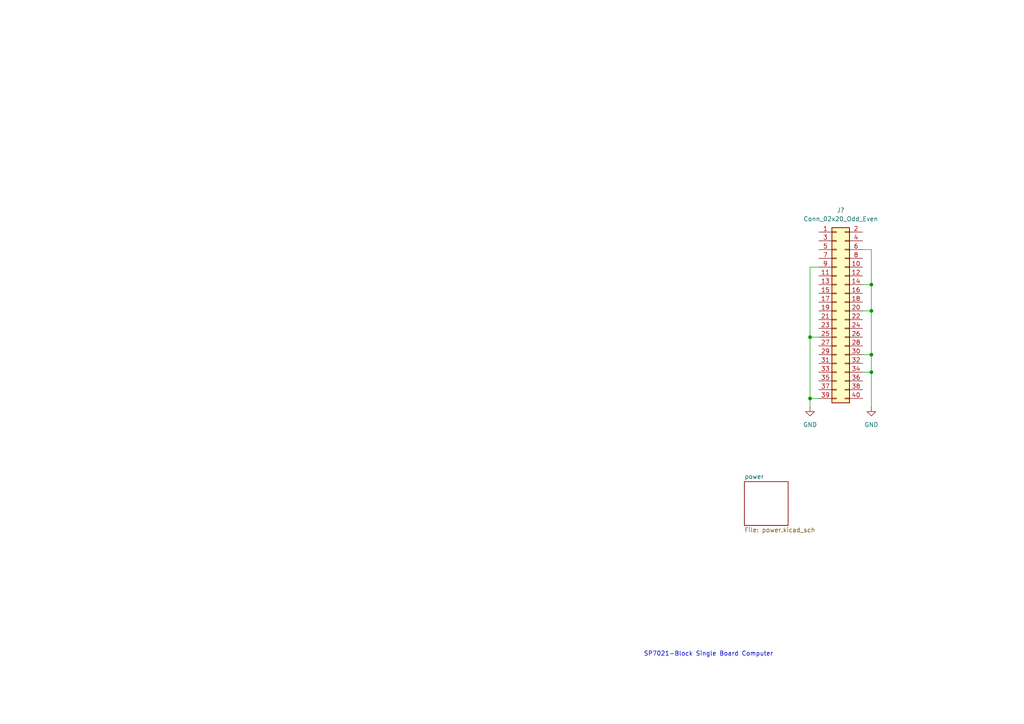
<source format=kicad_sch>
(kicad_sch (version 20231120) (generator "eeschema") (generator_version "8.0")
  (paper "A4")
  (lib_symbols
    (symbol "Connector_Generic:Conn_02x20_Odd_Even" (pin_names (offset 1.016) hide)
      (property "Reference" "J" (at 1.27 25.4 0))
      (property "Value" "Conn_02x20_Odd_Even" (at 1.27 -27.94 0))
      (symbol "Conn_02x20_Odd_Even_1_1"
        (rectangle (start -1.27 -25.273) (end 0 -25.527) (stroke (width 0.1524)))
        (rectangle (start -1.27 -22.733) (end 0 -22.987) (stroke (width 0.1524)))
        (rectangle (start -1.27 -20.193) (end 0 -20.447) (stroke (width 0.1524)))
        (rectangle (start -1.27 -17.653) (end 0 -17.907) (stroke (width 0.1524)))
        (rectangle (start -1.27 -15.113) (end 0 -15.367) (stroke (width 0.1524)))
        (rectangle (start -1.27 -12.573) (end 0 -12.827) (stroke (width 0.1524)))
        (rectangle (start -1.27 -10.033) (end 0 -10.287) (stroke (width 0.1524)))
        (rectangle (start -1.27 -7.493) (end 0 -7.747) (stroke (width 0.1524)))
        (rectangle (start -1.27 -4.953) (end 0 -5.207) (stroke (width 0.1524)))
        (rectangle (start -1.27 -2.413) (end 0 -2.667) (stroke (width 0.1524)))
        (rectangle (start -1.27 0.127) (end 0 -0.127) (stroke (width 0.1524)))
        (rectangle (start -1.27 2.667) (end 0 2.413) (stroke (width 0.1524)))
        (rectangle (start -1.27 5.207) (end 0 4.953) (stroke (width 0.1524)))
        (rectangle (start -1.27 7.747) (end 0 7.493) (stroke (width 0.1524)))
        (rectangle (start -1.27 10.287) (end 0 10.033) (stroke (width 0.1524)))
        (rectangle (start -1.27 12.827) (end 0 12.573) (stroke (width 0.1524)))
        (rectangle (start -1.27 15.367) (end 0 15.113) (stroke (width 0.1524)))
        (rectangle (start -1.27 17.907) (end 0 17.653) (stroke (width 0.1524)))
        (rectangle (start -1.27 20.447) (end 0 20.193) (stroke (width 0.1524)))
        (rectangle (start -1.27 22.987) (end 0 22.733) (stroke (width 0.1524)))
        (rectangle (start -1.27 24.13) (end 3.81 -26.67) (stroke (width 0.254)) (fill (type background)))
        (rectangle (start 3.81 -25.273) (end 2.54 -25.527) (stroke (width 0.1524)))
        (rectangle (start 3.81 -22.733) (end 2.54 -22.987) (stroke (width 0.1524)))
        (rectangle (start 3.81 -20.193) (end 2.54 -20.447) (stroke (width 0.1524)))
        (rectangle (start 3.81 -17.653) (end 2.54 -17.907) (stroke (width 0.1524)))
        (rectangle (start 3.81 -15.113) (end 2.54 -15.367) (stroke (width 0.1524)))
        (rectangle (start 3.81 -12.573) (end 2.54 -12.827) (stroke (width 0.1524)))
        (rectangle (start 3.81 -10.033) (end 2.54 -10.287) (stroke (width 0.1524)))
        (rectangle (start 3.81 -7.493) (end 2.54 -7.747) (stroke (width 0.1524)))
        (rectangle (start 3.81 -4.953) (end 2.54 -5.207) (stroke (width 0.1524)))
        (rectangle (start 3.81 -2.413) (end 2.54 -2.667) (stroke (width 0.1524)))
        (rectangle (start 3.81 0.127) (end 2.54 -0.127) (stroke (width 0.1524)))
        (rectangle (start 3.81 2.667) (end 2.54 2.413) (stroke (width 0.1524)))
        (rectangle (start 3.81 5.207) (end 2.54 4.953) (stroke (width 0.1524)))
        (rectangle (start 3.81 7.747) (end 2.54 7.493) (stroke (width 0.1524)))
        (rectangle (start 3.81 10.287) (end 2.54 10.033) (stroke (width 0.1524)))
        (rectangle (start 3.81 12.827) (end 2.54 12.573) (stroke (width 0.1524)))
        (rectangle (start 3.81 15.367) (end 2.54 15.113) (stroke (width 0.1524)))
        (rectangle (start 3.81 17.907) (end 2.54 17.653) (stroke (width 0.1524)))
        (rectangle (start 3.81 20.447) (end 2.54 20.193) (stroke (width 0.1524)))
        (rectangle (start 3.81 22.987) (end 2.54 22.733) (stroke (width 0.1524)))
        (pin passive line (at -5.08 22.86 0) (length 3.81) (name "Pin_1") (number "1"))
        (pin passive line (at 7.62 12.7 180) (length 3.81) (name "Pin_10") (number "10"))
        (pin passive line (at -5.08 10.16 0) (length 3.81) (name "Pin_11") (number "11"))
        (pin passive line (at 7.62 10.16 180) (length 3.81) (name "Pin_12") (number "12"))
        (pin passive line (at -5.08 7.62 0) (length 3.81) (name "Pin_13") (number "13"))
        (pin passive line (at 7.62 7.62 180) (length 3.81) (name "Pin_14") (number "14"))
        (pin passive line (at -5.08 5.08 0) (length 3.81) (name "Pin_15") (number "15"))
        (pin passive line (at 7.62 5.08 180) (length 3.81) (name "Pin_16") (number "16"))
        (pin passive line (at -5.08 2.54 0) (length 3.81) (name "Pin_17") (number "17"))
        (pin passive line (at 7.62 2.54 180) (length 3.81) (name "Pin_18") (number "18"))
        (pin passive line (at -5.08 0 0) (length 3.81) (name "Pin_19") (number "19"))
        (pin passive line (at 7.62 22.86 180) (length 3.81) (name "Pin_2") (number "2"))
        (pin passive line (at 7.62 0 180) (length 3.81) (name "Pin_20") (number "20"))
        (pin passive line (at -5.08 -2.54 0) (length 3.81) (name "Pin_21") (number "21"))
        (pin passive line (at 7.62 -2.54 180) (length 3.81) (name "Pin_22") (number "22"))
        (pin passive line (at -5.08 -5.08 0) (length 3.81) (name "Pin_23") (number "23"))
        (pin passive line (at 7.62 -5.08 180) (length 3.81) (name "Pin_24") (number "24"))
        (pin passive line (at -5.08 -7.62 0) (length 3.81) (name "Pin_25") (number "25"))
        (pin passive line (at 7.62 -7.62 180) (length 3.81) (name "Pin_26") (number "26"))
        (pin passive line (at -5.08 -10.16 0) (length 3.81) (name "Pin_27") (number "27"))
        (pin passive line (at 7.62 -10.16 180) (length 3.81) (name "Pin_28") (number "28"))
        (pin passive line (at -5.08 -12.7 0) (length 3.81) (name "Pin_29") (number "29"))
        (pin passive line (at -5.08 20.32 0) (length 3.81) (name "Pin_3") (number "3"))
        (pin passive line (at 7.62 -12.7 180) (length 3.81) (name "Pin_30") (number "30"))
        (pin passive line (at -5.08 -15.24 0) (length 3.81) (name "Pin_31") (number "31"))
        (pin passive line (at 7.62 -15.24 180) (length 3.81) (name "Pin_32") (number "32"))
        (pin passive line (at -5.08 -17.78 0) (length 3.81) (name "Pin_33") (number "33"))
        (pin passive line (at 7.62 -17.78 180) (length 3.81) (name "Pin_34") (number "34"))
        (pin passive line (at -5.08 -20.32 0) (length 3.81) (name "Pin_35") (number "35"))
        (pin passive line (at 7.62 -20.32 180) (length 3.81) (name "Pin_36") (number "36"))
        (pin passive line (at -5.08 -22.86 0) (length 3.81) (name "Pin_37") (number "37"))
        (pin passive line (at 7.62 -22.86 180) (length 3.81) (name "Pin_38") (number "38"))
        (pin passive line (at -5.08 -25.4 0) (length 3.81) (name "Pin_39") (number "39"))
        (pin passive line (at 7.62 20.32 180) (length 3.81) (name "Pin_4") (number "4"))
        (pin passive line (at 7.62 -25.4 180) (length 3.81) (name "Pin_40") (number "40"))
        (pin passive line (at -5.08 17.78 0) (length 3.81) (name "Pin_5") (number "5"))
        (pin passive line (at 7.62 17.78 180) (length 3.81) (name "Pin_6") (number "6"))
        (pin passive line (at -5.08 15.24 0) (length 3.81) (name "Pin_7") (number "7"))
        (pin passive line (at 7.62 15.24 180) (length 3.81) (name "Pin_8") (number "8"))
        (pin passive line (at -5.08 12.7 0) (length 3.81) (name "Pin_9") (number "9"))
      )
    )
    (symbol "power:GND" (power) (pin_numbers hide) (pin_names (offset 0) hide)
      (property "Value" "GND" (at 0 -3.81 0))
      (symbol "GND_0_1"
        (polyline (pts (xy 0 0) (xy 0 -1.27) (xy 1.27 -1.27) (xy 0 -2.54) (xy -1.27 -1.27) (xy 0 -1.27)))
      )
      (symbol "GND_1_1"
        (pin power_in line (at 0 0 270) (length 0) (name "~") (number "1"))
      )
    )
    (symbol "sp7021:SP7021"
      (property "Reference" "U" (at 0 0 0))
      (property "Value" "SP7021" (at -6.35 12.7 0))
      (symbol "SP7021_1_1"
        (rectangle (start 10.16 11.43) (end -10.16 -11.43))
        (pin input line (at 12.7 1.27 180) (length 2.54) (name "GPIO_P0_03") (number "1"))
        (pin input line (at 12.7 8.89 180) (length 2.54) (name "GPIO_P0_00") (number "174"))
        (pin input line (at 12.7 6.35 180) (length 2.54) (name "GPIO_P0_01") (number "175"))
        (pin input line (at 12.7 3.81 180) (length 2.54) (name "GPIO_P0_02") (number "176"))
        (pin input line (at 12.7 -1.27 180) (length 2.54) (name "GPIO_P0_04") (number "2"))
        (pin input line (at 12.7 -3.81 180) (length 2.54) (name "GPIO_P0_05") (number "3"))
        (pin input line (at 12.7 -6.35 180) (length 2.54) (name "GPIO_P0_06") (number "4"))
        (pin input line (at 12.7 -8.89 180) (length 2.54) (name "GPIO_P0_07") (number "5"))
      )
      (symbol "SP7021_2_1"
        (rectangle (start 10.16 11.43) (end -10.16 -11.43))
        (pin input line (at 12.7 1.27 180) (length 2.54) (name "GPIO_P1_03") (number "10"))
        (pin input line (at 12.7 -1.27 180) (length 2.54) (name "GPIO_P1_04") (number "11"))
        (pin input line (at 12.7 -3.81 180) (length 2.54) (name "GPIO_P1_05") (number "12"))
        (pin input line (at 12.7 -6.35 180) (length 2.54) (name "GPIO_P1_06") (number "13"))
        (pin input line (at 12.7 -8.89 180) (length 2.54) (name "GPIO_P1_07") (number "14"))
        (pin input line (at 12.7 8.89 180) (length 2.54) (name "GPIO_P1_00") (number "7"))
        (pin input line (at 12.7 6.35 180) (length 2.54) (name "GPIO_P1_01") (number "8"))
        (pin input line (at 12.7 3.81 180) (length 2.54) (name "GPIO_P1_02") (number "9"))
      )
      (symbol "SP7021_3_1"
        (rectangle (start 10.16 11.43) (end -10.16 -11.43))
        (pin input line (at 12.7 8.89 180) (length 2.54) (name "GPIO_P2_00") (number "15"))
        (pin input line (at 12.7 6.35 180) (length 2.54) (name "GPIO_P2_01") (number "16"))
        (pin input line (at 12.7 3.81 180) (length 2.54) (name "GPIO_P2_02") (number "17"))
        (pin input line (at 12.7 1.27 180) (length 2.54) (name "GPIO_P2_03") (number "18"))
        (pin input line (at 12.7 -1.27 180) (length 2.54) (name "GPIO_P2_04") (number "19"))
        (pin input line (at 12.7 -3.81 180) (length 2.54) (name "GPIO_P2_05") (number "20"))
        (pin input line (at 12.7 -6.35 180) (length 2.54) (name "GPIO_P2_06") (number "21"))
        (pin input line (at 12.7 -8.89 180) (length 2.54) (name "GPIO_P2_07") (number "22"))
      )
      (symbol "SP7021_4_1"
        (rectangle (start 10.16 11.43) (end -10.16 -11.43))
        (pin input line (at 12.7 8.89 180) (length 2.54) (name "GPIO_P3_00") (number "25"))
        (pin input line (at 12.7 6.35 180) (length 2.54) (name "GPIO_P3_01") (number "26"))
        (pin input line (at 12.7 3.81 180) (length 2.54) (name "GPIO_P3_02") (number "27"))
        (pin input line (at 12.7 1.27 180) (length 2.54) (name "GPIO_P3_03") (number "28"))
        (pin input line (at 12.7 -1.27 180) (length 2.54) (name "GPIO_P3_04") (number "29"))
        (pin input line (at 12.7 -3.81 180) (length 2.54) (name "GPIO_P3_05") (number "30"))
        (pin input line (at 12.7 -6.35 180) (length 2.54) (name "GPIO_P3_06") (number "31"))
        (pin input line (at 12.7 -8.89 180) (length 2.54) (name "GPIO_P3_07") (number "32"))
      )
      (symbol "SP7021_5_1"
        (rectangle (start 10.16 11.43) (end -10.16 -11.43))
        (pin input line (at 12.7 8.89 180) (length 2.54) (name "GPIO_P4_00") (number "37"))
        (pin input line (at 12.7 6.35 180) (length 2.54) (name "GPIO_P4_01") (number "38"))
        (pin input line (at 12.7 3.81 180) (length 2.54) (name "GPIO_P4_02") (number "39"))
        (pin input line (at 12.7 1.27 180) (length 2.54) (name "GPIO_P4_03") (number "40"))
        (pin input line (at 12.7 -1.27 180) (length 2.54) (name "GPIO_P4_04") (number "41"))
        (pin input line (at 12.7 -3.81 180) (length 2.54) (name "GPIO_P4_05") (number "42"))
        (pin input line (at 12.7 -6.35 180) (length 2.54) (name "GPIO_P4_06") (number "43"))
        (pin input line (at 12.7 -8.89 180) (length 2.54) (name "GPIO_P4_07") (number "44"))
      )
      (symbol "SP7021_6_1"
        (rectangle (start 10.16 11.43) (end -10.16 -11.43))
        (pin input line (at 12.7 8.89 180) (length 2.54) (name "GPIO_P5_00") (number "47"))
        (pin input line (at 12.7 6.35 180) (length 2.54) (name "GPIO_P5_01") (number "48"))
        (pin input line (at 12.7 3.81 180) (length 2.54) (name "GPIO_P5_02") (number "49"))
        (pin input line (at 12.7 1.27 180) (length 2.54) (name "GPIO_P5_03") (number "50"))
        (pin input line (at 12.7 -1.27 180) (length 2.54) (name "GPIO_P5_04") (number "51"))
        (pin input line (at 12.7 -3.81 180) (length 2.54) (name "GPIO_P5_05") (number "52"))
        (pin input line (at 12.7 -6.35 180) (length 2.54) (name "GPIO_P5_06") (number "53"))
        (pin input line (at 12.7 -8.89 180) (length 2.54) (name "GPIO_P5_07") (number "54"))
      )
      (symbol "SP7021_7_1"
        (rectangle (start 10.16 11.43) (end -10.16 -11.43))
        (pin input line (at 12.7 8.89 180) (length 2.54) (name "GPIO_P6_00") (number "62"))
        (pin input line (at 12.7 6.35 180) (length 2.54) (name "GPIO_P6_01") (number "63"))
        (pin input line (at 12.7 3.81 180) (length 2.54) (name "GPIO_P6_02") (number "64"))
        (pin input line (at 12.7 1.27 180) (length 2.54) (name "GPIO_P6_03") (number "65"))
        (pin input line (at 12.7 -1.27 180) (length 2.54) (name "GPIO_P6_04") (number "66"))
        (pin input line (at 12.7 -3.81 180) (length 2.54) (name "GPIO_P6_05") (number "67"))
        (pin input line (at 12.7 -6.35 180) (length 2.54) (name "GPIO_P6_06") (number "68"))
        (pin input line (at 12.7 -8.89 180) (length 2.54) (name "GPIO_P6_07") (number "69"))
      )
      (symbol "SP7021_8_1"
        (rectangle (start -10.16 11.43) (end 10.16 -11.43))
        (pin input line (at 12.7 8.89 180) (length 2.54) (name "GPIO_P7_00") (number "70"))
        (pin input line (at 12.7 6.35 180) (length 2.54) (name "GPIO_P7_01") (number "71"))
        (pin input line (at 12.7 3.81 180) (length 2.54) (name "GPIO_P7_02") (number "72"))
        (pin input line (at 12.7 1.27 180) (length 2.54) (name "GPIO_P7_03") (number "73"))
        (pin input line (at 12.7 -1.27 180) (length 2.54) (name "GPIO_P7_04") (number "74"))
        (pin input line (at 12.7 -3.81 180) (length 2.54) (name "GPIO_P7_05") (number "75"))
        (pin input line (at 12.7 -6.35 180) (length 2.54) (name "GPIO_P7_06") (number "76"))
        (pin input line (at 12.7 -8.89 180) (length 2.54) (name "GPIO_P7_07") (number "77"))
      )
      (symbol "SP7021_9_1"
        (rectangle (start 10.16 11.43) (end -10.16 -11.43))
        (pin bidirectional line (at 12.7 8.89 180) (length 2.54) (name "GPIO_P8_00") (number "80"))
        (pin bidirectional line (at 12.7 6.35 180) (length 2.54) (name "GPIO_P8_01") (number "81"))
        (pin bidirectional line (at 12.7 3.81 180) (length 2.54) (name "GPIO_P8_02") (number "82"))
        (pin bidirectional line (at 12.7 1.27 180) (length 2.54) (name "GPIO_P8_03") (number "83"))
        (pin bidirectional line (at 12.7 -1.27 180) (length 2.54) (name "GPIO_P8_04") (number "84"))
        (pin bidirectional line (at 12.7 -3.81 180) (length 2.54) (name "GPIO_P8_05") (number "85"))
        (pin bidirectional line (at 12.7 -6.35 180) (length 2.54) (name "GPIO_P8_06") (number "86"))
        (pin bidirectional line (at 12.7 -8.89 180) (length 2.54) (name "GPIO_P8_07") (number "87"))
      )
      (symbol "SP7021_10_1"
        (rectangle (start -25.4 34.29) (end 25.4 -50.8))
        (polyline (pts (xy -5.08 -13.97) (xy -5.08 -44.45) (xy -25.4 -44.45)) (stroke (width 0) (type dash)))
        (polyline (pts (xy 3.81 6.35) (xy 3.81 -40.64) (xy 25.4 -40.64)) (stroke (width 0) (type dash)))
        (polyline (pts (xy -25.4 -13.97) (xy -5.08 -13.97) (xy -5.08 31.75) (xy -25.4 31.75)) (stroke (width 0) (type dash)))
        (polyline (pts (xy 25.4 31.75) (xy 3.81 31.75) (xy 3.81 6.35) (xy 25.4 6.35)) (stroke (width 0) (type dash)))
        (text "0.9v" (at -7.62 -15.24 0) (effects (font (size 1.27 1.27))))
        (text "1.2v" (at -7.62 30.48 0) (effects (font (size 1.27 1.27))))
        (text "3.3v" (at 6.35 30.48 0) (effects (font (size 1.27 1.27))))
        (text "DDR3" (at 6.35 5.08 0) (effects (font (size 1.27 1.27))))
        (pin input line (at -27.94 21.59 0) (length 2.54) (name "CVDD12") (number "108"))
        (pin input line (at 27.94 19.05 180) (length 2.54) (name "VDD33-4") (number "109"))
        (pin input line (at 27.94 13.97 180) (length 2.54) (name "AO33V") (number "121"))
        (pin input line (at 27.94 -43.18 180) (length 2.54) (name "RTC_VBAT") (number "122"))
        (pin input line (at 27.94 11.43 180) (length 2.54) (name "USB_VDD33") (number "129"))
        (pin input line (at -27.94 8.89 0) (length 2.54) (name "HDMI_AVDD12") (number "136"))
        (pin input line (at -27.94 6.35 0) (length 2.54) (name "MIPI0_AVDD") (number "153"))
        (pin input line (at -27.94 19.05 0) (length 2.54) (name "CVDD12") (number "154"))
        (pin input line (at 27.94 8.89 180) (length 2.54) (name "PLL_AVDD33") (number "155"))
        (pin input line (at -27.94 3.81 0) (length 2.54) (name "PLL_CVDD12") (number "156"))
        (pin input line (at 27.94 2.54 180) (length 2.54) (name "DDR3-K-VDDQ") (number "157"))
        (pin input line (at 27.94 -5.08 180) (length 2.54) (name "DDR3-PHY-VDDQ") (number "158"))
        (pin input line (at 27.94 -15.24 180) (length 2.54) (name "DDR3-PHY-1.2CORE") (number "159"))
        (pin input line (at 27.94 -7.62 180) (length 2.54) (name "DDR3-PHY-VDDQ") (number "160"))
        (pin input line (at 27.94 -17.78 180) (length 2.54) (name "DDR3-PHY-1.2CORE") (number "161"))
        (pin input line (at 27.94 -10.16 180) (length 2.54) (name "DDR3-PHY-VDDQ") (number "162"))
        (pin input line (at 27.94 -22.86 180) (length 2.54) (name "DDR3-PHY-3.3PLL") (number "163"))
        (pin input line (at 27.94 -25.4 180) (length 2.54) (name "DDR3-PHY-VREF") (number "164"))
        (pin input line (at 27.94 -27.94 180) (length 2.54) (name "DDR3-PHY-PZQ") (number "165"))
        (pin input line (at 27.94 0 180) (length 2.54) (name "DDR3-K-VDDQ") (number "166"))
        (pin input line (at 27.94 -33.02 180) (length 2.54) (name "DCDC15_VI_VDD33") (number "167"))
        (pin input line (at 27.94 -35.56 180) (length 2.54) (name "DCDC15_VO") (number "168"))
        (pin input line (at 27.94 -38.1 180) (length 2.54) (name "DCDC15_GND") (number "169"))
        (pin input line (at -27.94 -11.43 0) (length 2.54) (name "DCDC12_GND") (number "170"))
        (pin input line (at -27.94 -8.89 0) (length 2.54) (name "DCDC12_V0") (number "171"))
        (pin input line (at -27.94 -6.35 0) (length 2.54) (name "DCDC12_VI_VDD33") (number "172"))
        (pin input line (at -27.94 -48.26 0) (length 2.54) (name "OTP_AVDDQ") (number "173"))
        (pin input line (at 27.94 -48.26 180) (length 2.54) (name "E-PAD") (number "177"))
        (pin input line (at -27.94 29.21 0) (length 2.54) (name "CVDD12") (number "23"))
        (pin input line (at 27.94 26.67 180) (length 2.54) (name "VDD33-1") (number "24"))
        (pin input line (at -27.94 -34.29 0) (length 2.54) (name "VDD09_A") (number "33"))
        (pin input line (at -27.94 13.97 0) (length 2.54) (name "VDD12_STH") (number "34"))
        (pin input line (at -27.94 1.27 0) (length 2.54) (name "VDD12_A") (number "35"))
        (pin input line (at -27.94 -36.83 0) (length 2.54) (name "VDD09_A") (number "36"))
        (pin input line (at 27.94 29.21 180) (length 2.54) (name "VDD33-0") (number "4"))
        (pin input line (at 27.94 24.13 180) (length 2.54) (name "VDD33-2") (number "45"))
        (pin input line (at -27.94 26.67 0) (length 2.54) (name "CVDD12") (number "46"))
        (pin input line (at -27.94 11.43 0) (length 2.54) (name "VDD12_EST") (number "55"))
        (pin input line (at -27.94 -1.27 0) (length 2.54) (name "VDD12_A") (number "56"))
        (pin input line (at -27.94 -39.37 0) (length 2.54) (name "VDD09_A") (number "57"))
        (pin input line (at -27.94 -29.21 0) (length 2.54) (name "DCDC09_FB") (number "58"))
        (pin input line (at -27.94 -19.05 0) (length 2.54) (name "DCDC09_VI_VDD33") (number "59"))
        (pin input line (at -27.94 -24.13 0) (length 2.54) (name "DCDC09_VO") (number "60"))
        (pin input line (at -27.94 -41.91 0) (length 2.54) (name "DCDC09_GND") (number "61"))
        (pin input line (at 27.94 21.59 180) (length 2.54) (name "VDD33-3") (number "78"))
        (pin input line (at -27.94 24.13 0) (length 2.54) (name "CVDD12") (number "79"))
      )
      (symbol "SP7021_11_1"
        (rectangle (start -17.78 27.94) (end 17.78 -27.94))
        (pin output line (at 20.32 2.54 180) (length 2.54) (name "USB0_VBUS_EN") (number "100"))
        (pin output line (at 20.32 15.24 180) (length 2.54) (name "USB1_VBUS_EN") (number "101"))
        (pin output line (at 20.32 12.7 180) (length 2.54) (name "USB0_VBUS") (number "125"))
        (pin bidirectional line (at 20.32 5.08 180) (length 2.54) (name "USB0_ID") (number "126"))
        (pin bidirectional line (at 20.32 10.16 180) (length 2.54) (name "USB0_DM") (number "127"))
        (pin bidirectional line (at 20.32 7.62 180) (length 2.54) (name "USB0_DP") (number "128"))
        (pin bidirectional line (at 20.32 20.32 180) (length 2.54) (name "USB1_DP") (number "130"))
        (pin bidirectional line (at 20.32 22.86 180) (length 2.54) (name "USB1_DM") (number "131"))
        (pin bidirectional line (at 20.32 17.78 180) (length 2.54) (name "USB1_ID") (number "132"))
        (pin output line (at 20.32 25.4 180) (length 2.54) (name "USB1_VBUS") (number "133"))
        (pin input line (at -20.32 25.4 0) (length 2.54) (name "HDMITX_CN") (number "134"))
        (pin input line (at -20.32 22.86 0) (length 2.54) (name "HDMITX_CP") (number "135"))
        (pin input line (at -20.32 20.32 0) (length 2.54) (name "HDMITX_DN0") (number "137"))
        (pin input line (at -20.32 17.78 0) (length 2.54) (name "HDMITX_DP0") (number "138"))
        (pin input line (at -20.32 15.24 0) (length 2.54) (name "HDMITX_DN1") (number "139"))
        (pin input line (at -20.32 12.7 0) (length 2.54) (name "HDMITX_DP1") (number "140"))
        (pin input line (at -20.32 10.16 0) (length 2.54) (name "HDMITX_DN2") (number "141"))
        (pin input line (at -20.32 7.62 0) (length 2.54) (name "HDMITX_DP2") (number "142"))
        (pin input line (at -20.32 -2.54 0) (length 2.54) (name "MIPI0_D3N") (number "143"))
        (pin input line (at -20.32 -5.08 0) (length 2.54) (name "MIPI0_D3P") (number "144"))
        (pin input line (at -20.32 -7.62 0) (length 2.54) (name "MIPI0_D1N") (number "145"))
        (pin input line (at -20.32 -10.16 0) (length 2.54) (name "MIPI0_D1P") (number "146"))
        (pin input line (at -20.32 -12.7 0) (length 2.54) (name "MIPI0_SN") (number "147"))
        (pin input line (at -20.32 -15.24 0) (length 2.54) (name "MIPI0_SP") (number "148"))
        (pin input line (at -20.32 -17.78 0) (length 2.54) (name "MIPI0_D0N") (number "149"))
        (pin input line (at -20.32 -20.32 0) (length 2.54) (name "MIPI0_D0P") (number "150"))
        (pin input line (at -20.32 -22.86 0) (length 2.54) (name "MIPI0_D2N") (number "151"))
        (pin input line (at -20.32 -25.4 0) (length 2.54) (name "MIPI0_D2P") (number "152"))
        (pin bidirectional line (at 20.32 -2.54 180) (length 2.54) (name "EMMC_CMD") (number "88"))
        (pin bidirectional line (at 20.32 -20.32 180) (length 2.54) (name "EMMC_D5") (number "89"))
        (pin bidirectional line (at 20.32 -15.24 180) (length 2.54) (name "EMMC_D3") (number "90"))
        (pin bidirectional line (at 20.32 -17.78 180) (length 2.54) (name "EMMC_D4") (number "91"))
        (pin bidirectional line (at 20.32 -7.62 180) (length 2.54) (name "EMMC_D0") (number "92"))
        (pin bidirectional line (at 20.32 -10.16 180) (length 2.54) (name "EMMC_D1") (number "93"))
        (pin bidirectional line (at 20.32 -5.08 180) (length 2.54) (name "EMMC_CLK") (number "94"))
        (pin bidirectional line (at 20.32 -12.7 180) (length 2.54) (name "EMMC_D2") (number "95"))
        (pin bidirectional line (at 20.32 -25.4 180) (length 2.54) (name "EMMC_D7") (number "96"))
        (pin bidirectional line (at 20.32 -22.86 180) (length 2.54) (name "EMMC_D6") (number "97"))
      )
      (symbol "SP7021_12_1"
        (rectangle (start -19.05 16.51) (end 19.05 -16.51))
        (pin input line (at -21.59 6.35 0) (length 2.54) (name "SWD_CLK_CA7") (number "102"))
        (pin input line (at -21.59 3.81 0) (length 2.54) (name "SWD_DATA_CA7") (number "102"))
        (pin input line (at -21.59 -1.27 0) (length 2.54) (name "JTAG_TDO_A926_8051") (number "104"))
        (pin input line (at -21.59 -3.81 0) (length 2.54) (name "JTAG_RTCK_A926_8051") (number "105"))
        (pin input line (at -21.59 -6.35 0) (length 2.54) (name "JTAG_TCLK_A926_8051") (number "106"))
        (pin input line (at -21.59 -8.89 0) (length 2.54) (name "JTAG_TMS_A926_8051") (number "107"))
        (pin input line (at 21.59 13.97 180) (length 2.54) (name "XTAL_IN") (number "110"))
        (pin input line (at 21.59 11.43 180) (length 2.54) (name "XTAL_OUT") (number "111"))
        (pin input line (at -21.59 -11.43 0) (length 2.54) (name "JTAG_TDI_A926_8051") (number "112"))
        (pin input line (at -21.59 -13.97 0) (length 2.54) (name "JTAG_TRST_A926_8051") (number "113"))
        (pin input line (at 21.59 -3.81 180) (length 2.54) (name "IV_MX0") (number "114"))
        (pin input line (at 21.59 -6.35 180) (length 2.54) (name "WakeUp/IV_MX1") (number "115"))
        (pin input line (at 21.59 -8.89 180) (length 2.54) (name "IV_MX3") (number "116"))
        (pin input line (at 21.59 -11.43 180) (length 2.54) (name "IV_MX4") (number "117"))
        (pin input line (at 21.59 -13.97 180) (length 2.54) (name "IV_MX5") (number "118"))
        (pin input line (at 21.59 -1.27 180) (length 2.54) (name "RESET") (number "119"))
        (pin input line (at 21.59 1.27 180) (length 2.54) (name "PWR_EN") (number "120"))
        (pin input line (at 21.59 8.89 180) (length 2.54) (name "XTAL32K_IN") (number "123"))
        (pin input line (at 21.59 6.35 180) (length 2.54) (name "XTAL32K_OUT") (number "124"))
        (pin input line (at -21.59 13.97 0) (length 2.54) (name "UA0_TX") (number "98"))
        (pin input line (at -21.59 11.43 0) (length 2.54) (name "UA0_RX") (number "99"))
      )
    )
  )
  (junction (at 234.95 115.57))
  (junction (at 252.73 102.87))
  (junction (at 252.73 90.17))
  (junction (at 234.95 97.79))
  (junction (at 252.73 107.95))
  (junction (at 252.73 82.55))
  (wire (pts (xy 252.73 118.11) (xy 252.73 107.95)))
  (wire (pts (xy 234.95 115.57) (xy 234.95 97.79)))
  (wire (pts (xy 252.73 90.17) (xy 252.73 82.55)))
  (wire (pts (xy 252.73 102.87) (xy 252.73 90.17)))
  (wire (pts (xy 252.73 72.39) (xy 250.19 72.39)))
  (wire (pts (xy 252.73 107.95) (xy 250.19 107.95)))
  (wire (pts (xy 234.95 97.79) (xy 234.95 77.47)))
  (wire (pts (xy 234.95 115.57) (xy 237.49 115.57)))
  (wire (pts (xy 252.73 107.95) (xy 252.73 102.87)))
  (wire (pts (xy 252.73 82.55) (xy 250.19 82.55)))
  (wire (pts (xy 234.95 77.47) (xy 237.49 77.47)))
  (wire (pts (xy 252.73 82.55) (xy 252.73 72.39)))
  (wire (pts (xy 234.95 118.11) (xy 234.95 115.57)))
  (wire (pts (xy 252.73 90.17) (xy 250.19 90.17)))
  (wire (pts (xy 252.73 102.87) (xy 250.19 102.87)))
  (wire (pts (xy 234.95 97.79) (xy 237.49 97.79)))
  (text "SP7021-Block Single Board Computer" (at 205.486 189.738 0) (effects (font (size 1.27 1.27))))
  (symbol (lib_id "power:GND") (at 234.95 118.11 0) (unit 1)
    (property "Reference" "#PWR02" (effects (hide yes)))
    (property "Value" "GND" (at 234.95 123.19 0))
    (property "Description" "Power symbol creates a global label with name \"GND\" , ground" (effects (hide yes)))
  )
  (symbol (lib_name "sp7021:SP7021") (lib_id "sp7021:SP7021") (at 370.84 128.27 0) (unit 7)
    (property "Reference" "U1" (at 370.84 111.76 0))
    (property "Value" "SP7021" (at 370.84 114.3 0))
  )
  (symbol (lib_id "power:GND") (at 252.73 118.11 0) (unit 1)
    (property "Reference" "#PWR01" (effects (hide yes)))
    (property "Value" "GND" (at 252.73 123.19 0))
    (property "Description" "Power symbol creates a global label with name \"GND\" , ground" (effects (hide yes)))
  )
  (symbol (lib_name "sp7021:SP7021") (lib_id "sp7021:SP7021") (at 618.49 123.19 0) (unit 11)
    (property "Reference" "U1" (at 618.49 90.17 0))
    (property "Value" "SP7021" (at 618.49 92.71 0))
  )
  (symbol (lib_name "sp7021:SP7021") (lib_id "sp7021:SP7021") (at 417.83 59.69 0) (unit 5)
    (property "Reference" "U1" (at 417.83 43.18 0))
    (property "Value" "SP7021" (at 417.83 45.72 0))
  )
  (symbol (lib_name "sp7021:SP7021") (lib_id "sp7021:SP7021") (at 410.21 101.6 0) (unit 2)
    (property "Reference" "U1" (at 410.21 85.09 0))
    (property "Value" "SP7021" (at 410.21 87.63 0))
  )
  (symbol (lib_name "sp7021:SP7021") (lib_id "sp7021:SP7021") (at 502.92 82.55 0) (unit 3)
    (property "Reference" "U1" (at 502.92 66.04 0))
    (property "Value" "SP7021" (at 502.92 68.58 0))
  )
  (symbol (lib_name "sp7021:SP7021") (lib_id "sp7021:SP7021") (at 461.01 71.12 0) (unit 4)
    (property "Reference" "U1" (at 461.01 54.61 0))
    (property "Value" "SP7021" (at 461.01 57.15 0))
  )
  (symbol (lib_id "Connector_Generic:Conn_02x20_Odd_Even") (at 242.57 90.17 0) (unit 1)
    (property "Reference" "J?" (at 243.84 60.96 0))
    (property "Value" "Conn_02x20_Odd_Even" (at 243.84 63.5 0))
    (property "Description" "Generic connector, double row, 02x20, odd/even pin numbering scheme (row 1 odd numbers, row 2 even numbers), script generated (kicad-library-utils/schlib/autogen/connector/)" (effects (hide yes)))
  )
  (symbol (lib_name "sp7021:SP7021") (lib_id "sp7021:SP7021") (at 368.3 83.82 0) (unit 6)
    (property "Reference" "U1" (at 368.3 67.31 0))
    (property "Value" "SP7021" (at 368.3 69.85 0))
  )
  (symbol (lib_name "sp7021:SP7021") (lib_id "sp7021:SP7021") (at 487.68 146.05 0) (unit 9)
    (property "Reference" "U1" (at 487.68 129.54 0))
    (property "Value" "SP7021" (at 487.68 132.08 0))
  )
  (symbol (lib_name "sp7021:SP7021") (lib_id "sp7021:SP7021") (at 452.12 104.14 0) (unit 1)
    (property "Reference" "U1" (at 452.12 87.63 0))
    (property "Value" "SP7021" (at 452.12 90.17 0))
  )
  (symbol (lib_name "sp7021:SP7021") (lib_id "sp7021:SP7021") (at 403.86 138.43 0) (unit 8)
    (property "Reference" "U1" (at 403.86 121.92 0))
    (property "Value" "SP7021" (at 403.86 124.46 0))
  )
  (symbol (lib_name "sp7021:SP7021") (lib_id "sp7021:SP7021") (at 622.3 187.96 0) (unit 12)
    (property "Reference" "U1" (at 622.3 166.37 0))
    (property "Value" "SP7021" (at 622.3 168.91 0))
  )
  (sheet (at 215.9 139.7) (size 12.7 12.7) (stroke (width 0.1524))
    (property "Sheetname" "power" (at 215.9 138.9884 0) (effects (justify left bottom)))
    (property "Sheetfile" "power.kicad_sch" (at 215.9 152.9846 0) (effects (justify left top)))
  )
)
</source>
